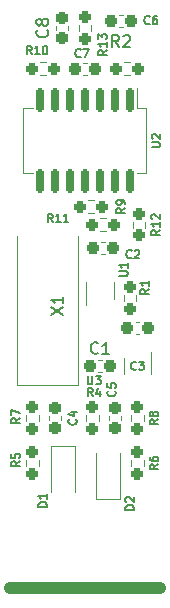
<source format=gto>
G04 #@! TF.GenerationSoftware,KiCad,Pcbnew,6.0.11-2627ca5db0~126~ubuntu20.04.1*
G04 #@! TF.CreationDate,2023-03-12T13:39:06+01:00*
G04 #@! TF.ProjectId,analog-moist-sensor,616e616c-6f67-42d6-9d6f-6973742d7365,rev?*
G04 #@! TF.SameCoordinates,Original*
G04 #@! TF.FileFunction,Legend,Top*
G04 #@! TF.FilePolarity,Positive*
%FSLAX46Y46*%
G04 Gerber Fmt 4.6, Leading zero omitted, Abs format (unit mm)*
G04 Created by KiCad (PCBNEW 6.0.11-2627ca5db0~126~ubuntu20.04.1) date 2023-03-12 13:39:06*
%MOMM*%
%LPD*%
G01*
G04 APERTURE LIST*
G04 Aperture macros list*
%AMRoundRect*
0 Rectangle with rounded corners*
0 $1 Rounding radius*
0 $2 $3 $4 $5 $6 $7 $8 $9 X,Y pos of 4 corners*
0 Add a 4 corners polygon primitive as box body*
4,1,4,$2,$3,$4,$5,$6,$7,$8,$9,$2,$3,0*
0 Add four circle primitives for the rounded corners*
1,1,$1+$1,$2,$3*
1,1,$1+$1,$4,$5*
1,1,$1+$1,$6,$7*
1,1,$1+$1,$8,$9*
0 Add four rect primitives between the rounded corners*
20,1,$1+$1,$2,$3,$4,$5,0*
20,1,$1+$1,$4,$5,$6,$7,0*
20,1,$1+$1,$6,$7,$8,$9,0*
20,1,$1+$1,$8,$9,$2,$3,0*%
G04 Aperture macros list end*
%ADD10C,1.000000*%
%ADD11C,0.150000*%
%ADD12C,0.120000*%
%ADD13RoundRect,0.237500X0.250000X0.237500X-0.250000X0.237500X-0.250000X-0.237500X0.250000X-0.237500X0*%
%ADD14RoundRect,0.237500X-0.237500X0.250000X-0.237500X-0.250000X0.237500X-0.250000X0.237500X0.250000X0*%
%ADD15RoundRect,0.237500X0.237500X-0.300000X0.237500X0.300000X-0.237500X0.300000X-0.237500X-0.300000X0*%
%ADD16RoundRect,0.237500X-0.250000X-0.237500X0.250000X-0.237500X0.250000X0.237500X-0.250000X0.237500X0*%
%ADD17RoundRect,0.237500X0.300000X0.237500X-0.300000X0.237500X-0.300000X-0.237500X0.300000X-0.237500X0*%
%ADD18RoundRect,0.237500X0.237500X-0.250000X0.237500X0.250000X-0.237500X0.250000X-0.237500X-0.250000X0*%
%ADD19RoundRect,0.237500X-0.237500X0.300000X-0.237500X-0.300000X0.237500X-0.300000X0.237500X0.300000X0*%
%ADD20RoundRect,0.237500X-0.300000X-0.237500X0.300000X-0.237500X0.300000X0.237500X-0.300000X0.237500X0*%
%ADD21R,1.200000X0.900000*%
%ADD22RoundRect,0.150000X-0.150000X0.837500X-0.150000X-0.837500X0.150000X-0.837500X0.150000X0.837500X0*%
%ADD23R,0.400000X1.500000*%
%ADD24R,2.000000X4.500000*%
%ADD25R,1.700000X1.700000*%
%ADD26O,1.700000X1.700000*%
G04 APERTURE END LIST*
D10*
X100330000Y-81026000D02*
X113030000Y-81026000D01*
D11*
X103944000Y-50100666D02*
X103710666Y-49767333D01*
X103544000Y-50100666D02*
X103544000Y-49400666D01*
X103810666Y-49400666D01*
X103877333Y-49434000D01*
X103910666Y-49467333D01*
X103944000Y-49534000D01*
X103944000Y-49634000D01*
X103910666Y-49700666D01*
X103877333Y-49734000D01*
X103810666Y-49767333D01*
X103544000Y-49767333D01*
X104610666Y-50100666D02*
X104210666Y-50100666D01*
X104410666Y-50100666D02*
X104410666Y-49400666D01*
X104344000Y-49500666D01*
X104277333Y-49567333D01*
X104210666Y-49600666D01*
X105277333Y-50100666D02*
X104877333Y-50100666D01*
X105077333Y-50100666D02*
X105077333Y-49400666D01*
X105010666Y-49500666D01*
X104944000Y-49567333D01*
X104877333Y-49600666D01*
X101154666Y-66664666D02*
X100821333Y-66898000D01*
X101154666Y-67064666D02*
X100454666Y-67064666D01*
X100454666Y-66798000D01*
X100488000Y-66731333D01*
X100521333Y-66698000D01*
X100588000Y-66664666D01*
X100688000Y-66664666D01*
X100754666Y-66698000D01*
X100788000Y-66731333D01*
X100821333Y-66798000D01*
X100821333Y-67064666D01*
X100454666Y-66431333D02*
X100454666Y-65964666D01*
X101154666Y-66264666D01*
X109216000Y-64378666D02*
X109249333Y-64412000D01*
X109282666Y-64512000D01*
X109282666Y-64578666D01*
X109249333Y-64678666D01*
X109182666Y-64745333D01*
X109116000Y-64778666D01*
X108982666Y-64812000D01*
X108882666Y-64812000D01*
X108749333Y-64778666D01*
X108682666Y-64745333D01*
X108616000Y-64678666D01*
X108582666Y-64578666D01*
X108582666Y-64512000D01*
X108616000Y-64412000D01*
X108649333Y-64378666D01*
X108582666Y-63745333D02*
X108582666Y-64078666D01*
X108916000Y-64112000D01*
X108882666Y-64078666D01*
X108849333Y-64012000D01*
X108849333Y-63845333D01*
X108882666Y-63778666D01*
X108916000Y-63745333D01*
X108982666Y-63712000D01*
X109149333Y-63712000D01*
X109216000Y-63745333D01*
X109249333Y-63778666D01*
X109282666Y-63845333D01*
X109282666Y-64012000D01*
X109249333Y-64078666D01*
X109216000Y-64112000D01*
X112998666Y-50742000D02*
X112665333Y-50975333D01*
X112998666Y-51142000D02*
X112298666Y-51142000D01*
X112298666Y-50875333D01*
X112332000Y-50808666D01*
X112365333Y-50775333D01*
X112432000Y-50742000D01*
X112532000Y-50742000D01*
X112598666Y-50775333D01*
X112632000Y-50808666D01*
X112665333Y-50875333D01*
X112665333Y-51142000D01*
X112998666Y-50075333D02*
X112998666Y-50475333D01*
X112998666Y-50275333D02*
X112298666Y-50275333D01*
X112398666Y-50342000D01*
X112465333Y-50408666D01*
X112498666Y-50475333D01*
X112365333Y-49808666D02*
X112332000Y-49775333D01*
X112298666Y-49708666D01*
X112298666Y-49542000D01*
X112332000Y-49475333D01*
X112365333Y-49442000D01*
X112432000Y-49408666D01*
X112498666Y-49408666D01*
X112598666Y-49442000D01*
X112998666Y-49842000D01*
X112998666Y-49408666D01*
X109561333Y-35250380D02*
X109228000Y-34774190D01*
X108989904Y-35250380D02*
X108989904Y-34250380D01*
X109370857Y-34250380D01*
X109466095Y-34298000D01*
X109513714Y-34345619D01*
X109561333Y-34440857D01*
X109561333Y-34583714D01*
X109513714Y-34678952D01*
X109466095Y-34726571D01*
X109370857Y-34774190D01*
X108989904Y-34774190D01*
X109942285Y-34345619D02*
X109989904Y-34298000D01*
X110085142Y-34250380D01*
X110323238Y-34250380D01*
X110418476Y-34298000D01*
X110466095Y-34345619D01*
X110513714Y-34440857D01*
X110513714Y-34536095D01*
X110466095Y-34678952D01*
X109894666Y-35250380D01*
X110513714Y-35250380D01*
X101154666Y-70346942D02*
X100821333Y-70580276D01*
X101154666Y-70746942D02*
X100454666Y-70746942D01*
X100454666Y-70480276D01*
X100488000Y-70413609D01*
X100521333Y-70380276D01*
X100588000Y-70346942D01*
X100688000Y-70346942D01*
X100754666Y-70380276D01*
X100788000Y-70413609D01*
X100821333Y-70480276D01*
X100821333Y-70746942D01*
X100454666Y-69713609D02*
X100454666Y-70046942D01*
X100788000Y-70080276D01*
X100754666Y-70046942D01*
X100721333Y-69980276D01*
X100721333Y-69813609D01*
X100754666Y-69746942D01*
X100788000Y-69713609D01*
X100854666Y-69680276D01*
X101021333Y-69680276D01*
X101088000Y-69713609D01*
X101121333Y-69746942D01*
X101154666Y-69813609D01*
X101154666Y-69980276D01*
X101121333Y-70046942D01*
X101088000Y-70080276D01*
X102166000Y-35876666D02*
X101932666Y-35543333D01*
X101766000Y-35876666D02*
X101766000Y-35176666D01*
X102032666Y-35176666D01*
X102099333Y-35210000D01*
X102132666Y-35243333D01*
X102166000Y-35310000D01*
X102166000Y-35410000D01*
X102132666Y-35476666D01*
X102099333Y-35510000D01*
X102032666Y-35543333D01*
X101766000Y-35543333D01*
X102832666Y-35876666D02*
X102432666Y-35876666D01*
X102632666Y-35876666D02*
X102632666Y-35176666D01*
X102566000Y-35276666D01*
X102499333Y-35343333D01*
X102432666Y-35376666D01*
X103266000Y-35176666D02*
X103332666Y-35176666D01*
X103399333Y-35210000D01*
X103432666Y-35243333D01*
X103466000Y-35310000D01*
X103499333Y-35443333D01*
X103499333Y-35610000D01*
X103466000Y-35743333D01*
X103432666Y-35810000D01*
X103399333Y-35843333D01*
X103332666Y-35876666D01*
X103266000Y-35876666D01*
X103199333Y-35843333D01*
X103166000Y-35810000D01*
X103132666Y-35743333D01*
X103099333Y-35610000D01*
X103099333Y-35443333D01*
X103132666Y-35310000D01*
X103166000Y-35243333D01*
X103199333Y-35210000D01*
X103266000Y-35176666D01*
X112151333Y-33270000D02*
X112118000Y-33303333D01*
X112018000Y-33336666D01*
X111951333Y-33336666D01*
X111851333Y-33303333D01*
X111784666Y-33236666D01*
X111751333Y-33170000D01*
X111718000Y-33036666D01*
X111718000Y-32936666D01*
X111751333Y-32803333D01*
X111784666Y-32736666D01*
X111851333Y-32670000D01*
X111951333Y-32636666D01*
X112018000Y-32636666D01*
X112118000Y-32670000D01*
X112151333Y-32703333D01*
X112751333Y-32636666D02*
X112618000Y-32636666D01*
X112551333Y-32670000D01*
X112518000Y-32703333D01*
X112451333Y-32803333D01*
X112418000Y-32936666D01*
X112418000Y-33203333D01*
X112451333Y-33270000D01*
X112484666Y-33303333D01*
X112551333Y-33336666D01*
X112684666Y-33336666D01*
X112751333Y-33303333D01*
X112784666Y-33270000D01*
X112818000Y-33203333D01*
X112818000Y-33036666D01*
X112784666Y-32970000D01*
X112751333Y-32936666D01*
X112684666Y-32903333D01*
X112551333Y-32903333D01*
X112484666Y-32936666D01*
X112451333Y-32970000D01*
X112418000Y-33036666D01*
X105914000Y-66791666D02*
X105947333Y-66825000D01*
X105980666Y-66925000D01*
X105980666Y-66991666D01*
X105947333Y-67091666D01*
X105880666Y-67158333D01*
X105814000Y-67191666D01*
X105680666Y-67225000D01*
X105580666Y-67225000D01*
X105447333Y-67191666D01*
X105380666Y-67158333D01*
X105314000Y-67091666D01*
X105280666Y-66991666D01*
X105280666Y-66925000D01*
X105314000Y-66825000D01*
X105347333Y-66791666D01*
X105514000Y-66191666D02*
X105980666Y-66191666D01*
X105247333Y-66358333D02*
X105747333Y-66525000D01*
X105747333Y-66091666D01*
X112076666Y-55742666D02*
X111743333Y-55976000D01*
X112076666Y-56142666D02*
X111376666Y-56142666D01*
X111376666Y-55876000D01*
X111410000Y-55809333D01*
X111443333Y-55776000D01*
X111510000Y-55742666D01*
X111610000Y-55742666D01*
X111676666Y-55776000D01*
X111710000Y-55809333D01*
X111743333Y-55876000D01*
X111743333Y-56142666D01*
X112076666Y-55076000D02*
X112076666Y-55476000D01*
X112076666Y-55276000D02*
X111376666Y-55276000D01*
X111476666Y-55342666D01*
X111543333Y-55409333D01*
X111576666Y-55476000D01*
X107325333Y-64832666D02*
X107092000Y-64499333D01*
X106925333Y-64832666D02*
X106925333Y-64132666D01*
X107192000Y-64132666D01*
X107258666Y-64166000D01*
X107292000Y-64199333D01*
X107325333Y-64266000D01*
X107325333Y-64366000D01*
X107292000Y-64432666D01*
X107258666Y-64466000D01*
X107192000Y-64499333D01*
X106925333Y-64499333D01*
X107925333Y-64366000D02*
X107925333Y-64832666D01*
X107758666Y-64099333D02*
X107592000Y-64599333D01*
X108025333Y-64599333D01*
X111008333Y-62520000D02*
X110975000Y-62553333D01*
X110875000Y-62586666D01*
X110808333Y-62586666D01*
X110708333Y-62553333D01*
X110641666Y-62486666D01*
X110608333Y-62420000D01*
X110575000Y-62286666D01*
X110575000Y-62186666D01*
X110608333Y-62053333D01*
X110641666Y-61986666D01*
X110708333Y-61920000D01*
X110808333Y-61886666D01*
X110875000Y-61886666D01*
X110975000Y-61920000D01*
X111008333Y-61953333D01*
X111241666Y-61886666D02*
X111675000Y-61886666D01*
X111441666Y-62153333D01*
X111541666Y-62153333D01*
X111608333Y-62186666D01*
X111641666Y-62220000D01*
X111675000Y-62286666D01*
X111675000Y-62453333D01*
X111641666Y-62520000D01*
X111608333Y-62553333D01*
X111541666Y-62586666D01*
X111341666Y-62586666D01*
X111275000Y-62553333D01*
X111241666Y-62520000D01*
X112871666Y-70601666D02*
X112538333Y-70835000D01*
X112871666Y-71001666D02*
X112171666Y-71001666D01*
X112171666Y-70735000D01*
X112205000Y-70668333D01*
X112238333Y-70635000D01*
X112305000Y-70601666D01*
X112405000Y-70601666D01*
X112471666Y-70635000D01*
X112505000Y-70668333D01*
X112538333Y-70735000D01*
X112538333Y-71001666D01*
X112171666Y-70001666D02*
X112171666Y-70135000D01*
X112205000Y-70201666D01*
X112238333Y-70235000D01*
X112338333Y-70301666D01*
X112471666Y-70335000D01*
X112738333Y-70335000D01*
X112805000Y-70301666D01*
X112838333Y-70268333D01*
X112871666Y-70201666D01*
X112871666Y-70068333D01*
X112838333Y-70001666D01*
X112805000Y-69968333D01*
X112738333Y-69935000D01*
X112571666Y-69935000D01*
X112505000Y-69968333D01*
X112471666Y-70001666D01*
X112438333Y-70068333D01*
X112438333Y-70201666D01*
X112471666Y-70268333D01*
X112505000Y-70301666D01*
X112571666Y-70335000D01*
X103481142Y-33821666D02*
X103528761Y-33869285D01*
X103576380Y-34012142D01*
X103576380Y-34107380D01*
X103528761Y-34250238D01*
X103433523Y-34345476D01*
X103338285Y-34393095D01*
X103147809Y-34440714D01*
X103004952Y-34440714D01*
X102814476Y-34393095D01*
X102719238Y-34345476D01*
X102624000Y-34250238D01*
X102576380Y-34107380D01*
X102576380Y-34012142D01*
X102624000Y-33869285D01*
X102671619Y-33821666D01*
X103004952Y-33250238D02*
X102957333Y-33345476D01*
X102909714Y-33393095D01*
X102814476Y-33440714D01*
X102766857Y-33440714D01*
X102671619Y-33393095D01*
X102624000Y-33345476D01*
X102576380Y-33250238D01*
X102576380Y-33059761D01*
X102624000Y-32964523D01*
X102671619Y-32916904D01*
X102766857Y-32869285D01*
X102814476Y-32869285D01*
X102909714Y-32916904D01*
X102957333Y-32964523D01*
X103004952Y-33059761D01*
X103004952Y-33250238D01*
X103052571Y-33345476D01*
X103100190Y-33393095D01*
X103195428Y-33440714D01*
X103385904Y-33440714D01*
X103481142Y-33393095D01*
X103528761Y-33345476D01*
X103576380Y-33250238D01*
X103576380Y-33059761D01*
X103528761Y-32964523D01*
X103481142Y-32916904D01*
X103385904Y-32869285D01*
X103195428Y-32869285D01*
X103100190Y-32916904D01*
X103052571Y-32964523D01*
X103004952Y-33059761D01*
X106309333Y-36064000D02*
X106276000Y-36097333D01*
X106176000Y-36130666D01*
X106109333Y-36130666D01*
X106009333Y-36097333D01*
X105942666Y-36030666D01*
X105909333Y-35964000D01*
X105876000Y-35830666D01*
X105876000Y-35730666D01*
X105909333Y-35597333D01*
X105942666Y-35530666D01*
X106009333Y-35464000D01*
X106109333Y-35430666D01*
X106176000Y-35430666D01*
X106276000Y-35464000D01*
X106309333Y-35497333D01*
X106542666Y-35430666D02*
X107009333Y-35430666D01*
X106709333Y-36130666D01*
X110627333Y-53082000D02*
X110594000Y-53115333D01*
X110494000Y-53148666D01*
X110427333Y-53148666D01*
X110327333Y-53115333D01*
X110260666Y-53048666D01*
X110227333Y-52982000D01*
X110194000Y-52848666D01*
X110194000Y-52748666D01*
X110227333Y-52615333D01*
X110260666Y-52548666D01*
X110327333Y-52482000D01*
X110427333Y-52448666D01*
X110494000Y-52448666D01*
X110594000Y-52482000D01*
X110627333Y-52515333D01*
X110894000Y-52515333D02*
X110927333Y-52482000D01*
X110994000Y-52448666D01*
X111160666Y-52448666D01*
X111227333Y-52482000D01*
X111260666Y-52515333D01*
X111294000Y-52582000D01*
X111294000Y-52648666D01*
X111260666Y-52748666D01*
X110860666Y-53148666D01*
X111294000Y-53148666D01*
X103440666Y-74176666D02*
X102740666Y-74176666D01*
X102740666Y-74010000D01*
X102774000Y-73910000D01*
X102840666Y-73843333D01*
X102907333Y-73810000D01*
X103040666Y-73776666D01*
X103140666Y-73776666D01*
X103274000Y-73810000D01*
X103340666Y-73843333D01*
X103407333Y-73910000D01*
X103440666Y-74010000D01*
X103440666Y-74176666D01*
X103440666Y-73110000D02*
X103440666Y-73510000D01*
X103440666Y-73310000D02*
X102740666Y-73310000D01*
X102840666Y-73376666D01*
X102907333Y-73443333D01*
X102940666Y-73510000D01*
X112346666Y-43713333D02*
X112913333Y-43713333D01*
X112980000Y-43680000D01*
X113013333Y-43646666D01*
X113046666Y-43580000D01*
X113046666Y-43446666D01*
X113013333Y-43380000D01*
X112980000Y-43346666D01*
X112913333Y-43313333D01*
X112346666Y-43313333D01*
X112413333Y-43013333D02*
X112380000Y-42980000D01*
X112346666Y-42913333D01*
X112346666Y-42746666D01*
X112380000Y-42680000D01*
X112413333Y-42646666D01*
X112480000Y-42613333D01*
X112546666Y-42613333D01*
X112646666Y-42646666D01*
X113046666Y-43046666D01*
X113046666Y-42613333D01*
X106908666Y-63116666D02*
X106908666Y-63683333D01*
X106942000Y-63750000D01*
X106975333Y-63783333D01*
X107042000Y-63816666D01*
X107175333Y-63816666D01*
X107242000Y-63783333D01*
X107275333Y-63750000D01*
X107308666Y-63683333D01*
X107308666Y-63116666D01*
X107575333Y-63116666D02*
X108008666Y-63116666D01*
X107775333Y-63383333D01*
X107875333Y-63383333D01*
X107942000Y-63416666D01*
X107975333Y-63450000D01*
X108008666Y-63516666D01*
X108008666Y-63683333D01*
X107975333Y-63750000D01*
X107942000Y-63783333D01*
X107875333Y-63816666D01*
X107675333Y-63816666D01*
X107608666Y-63783333D01*
X107575333Y-63750000D01*
X110806666Y-74430666D02*
X110106666Y-74430666D01*
X110106666Y-74264000D01*
X110140000Y-74164000D01*
X110206666Y-74097333D01*
X110273333Y-74064000D01*
X110406666Y-74030666D01*
X110506666Y-74030666D01*
X110640000Y-74064000D01*
X110706666Y-74097333D01*
X110773333Y-74164000D01*
X110806666Y-74264000D01*
X110806666Y-74430666D01*
X110173333Y-73764000D02*
X110140000Y-73730666D01*
X110106666Y-73664000D01*
X110106666Y-73497333D01*
X110140000Y-73430666D01*
X110173333Y-73397333D01*
X110240000Y-73364000D01*
X110306666Y-73364000D01*
X110406666Y-73397333D01*
X110806666Y-73797333D01*
X110806666Y-73364000D01*
X109598666Y-54635333D02*
X110165333Y-54635333D01*
X110232000Y-54602000D01*
X110265333Y-54568666D01*
X110298666Y-54502000D01*
X110298666Y-54368666D01*
X110265333Y-54302000D01*
X110232000Y-54268666D01*
X110165333Y-54235333D01*
X109598666Y-54235333D01*
X110298666Y-53535333D02*
X110298666Y-53935333D01*
X110298666Y-53735333D02*
X109598666Y-53735333D01*
X109698666Y-53802000D01*
X109765333Y-53868666D01*
X109798666Y-53935333D01*
X107783333Y-61157142D02*
X107735714Y-61204761D01*
X107592857Y-61252380D01*
X107497619Y-61252380D01*
X107354761Y-61204761D01*
X107259523Y-61109523D01*
X107211904Y-61014285D01*
X107164285Y-60823809D01*
X107164285Y-60680952D01*
X107211904Y-60490476D01*
X107259523Y-60395238D01*
X107354761Y-60300000D01*
X107497619Y-60252380D01*
X107592857Y-60252380D01*
X107735714Y-60300000D01*
X107783333Y-60347619D01*
X108735714Y-61252380D02*
X108164285Y-61252380D01*
X108450000Y-61252380D02*
X108450000Y-60252380D01*
X108354761Y-60395238D01*
X108259523Y-60490476D01*
X108164285Y-60538095D01*
X110044666Y-48884666D02*
X109711333Y-49118000D01*
X110044666Y-49284666D02*
X109344666Y-49284666D01*
X109344666Y-49018000D01*
X109378000Y-48951333D01*
X109411333Y-48918000D01*
X109478000Y-48884666D01*
X109578000Y-48884666D01*
X109644666Y-48918000D01*
X109678000Y-48951333D01*
X109711333Y-49018000D01*
X109711333Y-49284666D01*
X110044666Y-48551333D02*
X110044666Y-48418000D01*
X110011333Y-48351333D01*
X109978000Y-48318000D01*
X109878000Y-48251333D01*
X109744666Y-48218000D01*
X109478000Y-48218000D01*
X109411333Y-48251333D01*
X109378000Y-48284666D01*
X109344666Y-48351333D01*
X109344666Y-48484666D01*
X109378000Y-48551333D01*
X109411333Y-48584666D01*
X109478000Y-48618000D01*
X109644666Y-48618000D01*
X109711333Y-48584666D01*
X109744666Y-48551333D01*
X109778000Y-48484666D01*
X109778000Y-48351333D01*
X109744666Y-48284666D01*
X109711333Y-48251333D01*
X109644666Y-48218000D01*
X103846380Y-57959523D02*
X104846380Y-57292857D01*
X103846380Y-57292857D02*
X104846380Y-57959523D01*
X104846380Y-56388095D02*
X104846380Y-56959523D01*
X104846380Y-56673809D02*
X103846380Y-56673809D01*
X103989238Y-56769047D01*
X104084476Y-56864285D01*
X104132095Y-56959523D01*
X112871666Y-66791666D02*
X112538333Y-67025000D01*
X112871666Y-67191666D02*
X112171666Y-67191666D01*
X112171666Y-66925000D01*
X112205000Y-66858333D01*
X112238333Y-66825000D01*
X112305000Y-66791666D01*
X112405000Y-66791666D01*
X112471666Y-66825000D01*
X112505000Y-66858333D01*
X112538333Y-66925000D01*
X112538333Y-67191666D01*
X112471666Y-66391666D02*
X112438333Y-66458333D01*
X112405000Y-66491666D01*
X112338333Y-66525000D01*
X112305000Y-66525000D01*
X112238333Y-66491666D01*
X112205000Y-66458333D01*
X112171666Y-66391666D01*
X112171666Y-66258333D01*
X112205000Y-66191666D01*
X112238333Y-66158333D01*
X112305000Y-66125000D01*
X112338333Y-66125000D01*
X112405000Y-66158333D01*
X112438333Y-66191666D01*
X112471666Y-66258333D01*
X112471666Y-66391666D01*
X112505000Y-66458333D01*
X112538333Y-66491666D01*
X112605000Y-66525000D01*
X112738333Y-66525000D01*
X112805000Y-66491666D01*
X112838333Y-66458333D01*
X112871666Y-66391666D01*
X112871666Y-66258333D01*
X112838333Y-66191666D01*
X112805000Y-66158333D01*
X112738333Y-66125000D01*
X112605000Y-66125000D01*
X112538333Y-66158333D01*
X112505000Y-66191666D01*
X112471666Y-66258333D01*
X108520666Y-35502000D02*
X108187333Y-35735333D01*
X108520666Y-35902000D02*
X107820666Y-35902000D01*
X107820666Y-35635333D01*
X107854000Y-35568666D01*
X107887333Y-35535333D01*
X107954000Y-35502000D01*
X108054000Y-35502000D01*
X108120666Y-35535333D01*
X108154000Y-35568666D01*
X108187333Y-35635333D01*
X108187333Y-35902000D01*
X108520666Y-34835333D02*
X108520666Y-35235333D01*
X108520666Y-35035333D02*
X107820666Y-35035333D01*
X107920666Y-35102000D01*
X107987333Y-35168666D01*
X108020666Y-35235333D01*
X107820666Y-34602000D02*
X107820666Y-34168666D01*
X108087333Y-34402000D01*
X108087333Y-34302000D01*
X108120666Y-34235333D01*
X108154000Y-34202000D01*
X108220666Y-34168666D01*
X108387333Y-34168666D01*
X108454000Y-34202000D01*
X108487333Y-34235333D01*
X108520666Y-34302000D01*
X108520666Y-34502000D01*
X108487333Y-34568666D01*
X108454000Y-34602000D01*
D12*
X107442724Y-48245500D02*
X106933276Y-48245500D01*
X107442724Y-49290500D02*
X106933276Y-49290500D01*
X102757500Y-66420276D02*
X102757500Y-66929724D01*
X101712500Y-66420276D02*
X101712500Y-66929724D01*
X108710000Y-66821267D02*
X108710000Y-66528733D01*
X109730000Y-66821267D02*
X109730000Y-66528733D01*
X111774500Y-50037276D02*
X111774500Y-50546724D01*
X110729500Y-50037276D02*
X110729500Y-50546724D01*
X109981276Y-36561500D02*
X110490724Y-36561500D01*
X109981276Y-37606500D02*
X110490724Y-37606500D01*
X102757500Y-70230276D02*
X102757500Y-70739724D01*
X101712500Y-70230276D02*
X101712500Y-70739724D01*
X102869276Y-37606500D02*
X103378724Y-37606500D01*
X102869276Y-36561500D02*
X103378724Y-36561500D01*
X109874267Y-33530000D02*
X109581733Y-33530000D01*
X109874267Y-32510000D02*
X109581733Y-32510000D01*
X103630000Y-66821267D02*
X103630000Y-66528733D01*
X104650000Y-66821267D02*
X104650000Y-66528733D01*
X111012500Y-56260276D02*
X111012500Y-56769724D01*
X109967500Y-56260276D02*
X109967500Y-56769724D01*
X106792500Y-66929724D02*
X106792500Y-66420276D01*
X107837500Y-66929724D02*
X107837500Y-66420276D01*
X111271267Y-59565000D02*
X110978733Y-59565000D01*
X111271267Y-58545000D02*
X110978733Y-58545000D01*
X110602500Y-70230276D02*
X110602500Y-70739724D01*
X111647500Y-70230276D02*
X111647500Y-70739724D01*
X104265000Y-33508733D02*
X104265000Y-33801267D01*
X105285000Y-33508733D02*
X105285000Y-33801267D01*
X106826267Y-37594000D02*
X106533733Y-37594000D01*
X106826267Y-36574000D02*
X106533733Y-36574000D01*
X108057733Y-52815000D02*
X108350267Y-52815000D01*
X108057733Y-51795000D02*
X108350267Y-51795000D01*
X105810000Y-69050000D02*
X105810000Y-72950000D01*
X105810000Y-69050000D02*
X103810000Y-69050000D01*
X103810000Y-69050000D02*
X103810000Y-72950000D01*
X111890000Y-40420000D02*
X111050000Y-40420000D01*
X101470000Y-40420000D02*
X102310000Y-40420000D01*
X111890000Y-43180000D02*
X111890000Y-45940000D01*
X111890000Y-43180000D02*
X111890000Y-40420000D01*
X101470000Y-43180000D02*
X101470000Y-40420000D01*
X101470000Y-43180000D02*
X101470000Y-45940000D01*
X101470000Y-45940000D02*
X102310000Y-45940000D01*
X111050000Y-40420000D02*
X111050000Y-38730000D01*
X111890000Y-45940000D02*
X111050000Y-45940000D01*
X109965000Y-61570000D02*
X109965000Y-62970000D01*
X112285000Y-62970000D02*
X112285000Y-61070000D01*
X109620000Y-73500000D02*
X109620000Y-69600000D01*
X107620000Y-73500000D02*
X107620000Y-69600000D01*
X107620000Y-73500000D02*
X109620000Y-73500000D01*
X109110000Y-56580000D02*
X109110000Y-55180000D01*
X106790000Y-55180000D02*
X106790000Y-57080000D01*
X107803733Y-62740000D02*
X108096267Y-62740000D01*
X107803733Y-61720000D02*
X108096267Y-61720000D01*
X108458724Y-49769500D02*
X107949276Y-49769500D01*
X108458724Y-50814500D02*
X107949276Y-50814500D01*
X100955000Y-63850000D02*
X106055000Y-63850000D01*
X106055000Y-63850000D02*
X106055000Y-51250000D01*
X100955000Y-51250000D02*
X100955000Y-63850000D01*
X110602500Y-66420276D02*
X110602500Y-66929724D01*
X111647500Y-66420276D02*
X111647500Y-66929724D01*
X107202500Y-33400276D02*
X107202500Y-33909724D01*
X106157500Y-33400276D02*
X106157500Y-33909724D01*
%LPC*%
D13*
X108100500Y-48768000D03*
X106275500Y-48768000D03*
D14*
X102235000Y-65762500D03*
X102235000Y-67587500D03*
D15*
X109220000Y-67537500D03*
X109220000Y-65812500D03*
D14*
X111252000Y-49379500D03*
X111252000Y-51204500D03*
D16*
X109323500Y-37084000D03*
X111148500Y-37084000D03*
D14*
X102235000Y-69572500D03*
X102235000Y-71397500D03*
D16*
X102211500Y-37084000D03*
X104036500Y-37084000D03*
D17*
X110590500Y-33020000D03*
X108865500Y-33020000D03*
D15*
X104140000Y-67537500D03*
X104140000Y-65812500D03*
D14*
X110490000Y-55602500D03*
X110490000Y-57427500D03*
D18*
X107315000Y-67587500D03*
X107315000Y-65762500D03*
D17*
X111987500Y-59055000D03*
X110262500Y-59055000D03*
D14*
X111125000Y-69572500D03*
X111125000Y-71397500D03*
D19*
X104775000Y-32792500D03*
X104775000Y-34517500D03*
D17*
X107542500Y-37084000D03*
X105817500Y-37084000D03*
D20*
X107341500Y-52305000D03*
X109066500Y-52305000D03*
D21*
X104810000Y-69650000D03*
X104810000Y-72950000D03*
D22*
X110490000Y-39717500D03*
X109220000Y-39717500D03*
X107950000Y-39717500D03*
X106680000Y-39717500D03*
X105410000Y-39717500D03*
X104140000Y-39717500D03*
X102870000Y-39717500D03*
X102870000Y-46642500D03*
X104140000Y-46642500D03*
X105410000Y-46642500D03*
X106680000Y-46642500D03*
X107950000Y-46642500D03*
X109220000Y-46642500D03*
X110490000Y-46642500D03*
D23*
X111775000Y-60940000D03*
X111125000Y-60940000D03*
X110475000Y-60940000D03*
X110475000Y-63600000D03*
X111775000Y-63600000D03*
D21*
X108620000Y-72900000D03*
X108620000Y-69600000D03*
D23*
X107300000Y-57210000D03*
X107950000Y-57210000D03*
X108600000Y-57210000D03*
X108600000Y-54550000D03*
X107300000Y-54550000D03*
D20*
X107087500Y-62230000D03*
X108812500Y-62230000D03*
D13*
X109116500Y-50292000D03*
X107291500Y-50292000D03*
D24*
X103505000Y-61400000D03*
X103505000Y-52900000D03*
D14*
X111125000Y-65762500D03*
X111125000Y-67587500D03*
X106680000Y-32742500D03*
X106680000Y-34567500D03*
D25*
X104140000Y-30480000D03*
D26*
X106680000Y-30480000D03*
X109220000Y-30480000D03*
M02*

</source>
